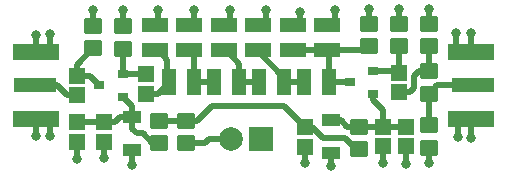
<source format=gtl>
G04 Layer_Physical_Order=1*
G04 Layer_Color=25308*
%FSLAX24Y24*%
%MOIN*%
G70*
G01*
G75*
%ADD10R,0.0571X0.0532*%
%ADD11R,0.0600X0.0394*%
%ADD12R,0.0874X0.0484*%
%ADD13R,0.0484X0.0874*%
%ADD14R,0.1575X0.0532*%
%ADD15R,0.1417X0.0500*%
%ADD16R,0.0354X0.0315*%
G04:AMPARAMS|DCode=17|XSize=59.1mil|YSize=51.2mil|CornerRadius=2.6mil|HoleSize=0mil|Usage=FLASHONLY|Rotation=0.000|XOffset=0mil|YOffset=0mil|HoleType=Round|Shape=RoundedRectangle|*
%AMROUNDEDRECTD17*
21,1,0.0591,0.0461,0,0,0.0*
21,1,0.0539,0.0512,0,0,0.0*
1,1,0.0051,0.0270,-0.0230*
1,1,0.0051,-0.0270,-0.0230*
1,1,0.0051,-0.0270,0.0230*
1,1,0.0051,0.0270,0.0230*
%
%ADD17ROUNDEDRECTD17*%
%ADD18C,0.0200*%
%ADD19C,0.0100*%
%ADD20R,0.0787X0.0787*%
%ADD21C,0.0787*%
%ADD22C,0.0320*%
D10*
X18902Y7175D02*
D03*
X18902Y6525D02*
D03*
X8700Y7325D02*
D03*
X8700Y6675D02*
D03*
X8700Y8225D02*
D03*
X8700Y8875D02*
D03*
X11000Y8925D02*
D03*
X11000Y8275D02*
D03*
X19450Y8325D02*
D03*
X19450Y8975D02*
D03*
X9617Y6675D02*
D03*
X9617Y7325D02*
D03*
X19686Y6525D02*
D03*
X19686Y7175D02*
D03*
X16300Y6515D02*
D03*
X16300Y7165D02*
D03*
D11*
X17185Y7400D02*
D03*
X17185Y6300D02*
D03*
X10550Y7500D02*
D03*
X10550Y6400D02*
D03*
D12*
X17050Y9723D02*
D03*
X17050Y10577D02*
D03*
X15900Y9723D02*
D03*
X15900Y10577D02*
D03*
X14750Y9723D02*
D03*
X14750Y10577D02*
D03*
X13600Y9723D02*
D03*
X13600Y10577D02*
D03*
X12450Y9723D02*
D03*
X12450Y10577D02*
D03*
X11300Y9723D02*
D03*
X11300Y10577D02*
D03*
D13*
X17127Y8650D02*
D03*
X16273Y8650D02*
D03*
X15627Y8650D02*
D03*
X14773Y8650D02*
D03*
X14127Y8650D02*
D03*
X13273Y8650D02*
D03*
X12627Y8650D02*
D03*
X11773Y8650D02*
D03*
D14*
X7337Y9662D02*
D03*
X7337Y7438D02*
D03*
X21863Y7438D02*
D03*
X21863Y9662D02*
D03*
D15*
X7298Y8550D02*
D03*
X21902Y8550D02*
D03*
D16*
X9456Y8550D02*
D03*
X10244Y8924D02*
D03*
X10244Y8176D02*
D03*
X17806Y8650D02*
D03*
X18594Y9024D02*
D03*
X18594Y8276D02*
D03*
D17*
X9250Y10531D02*
D03*
X9250Y9783D02*
D03*
X10250Y10524D02*
D03*
X10250Y9776D02*
D03*
X11433Y7374D02*
D03*
X11433Y6626D02*
D03*
X18450Y10598D02*
D03*
X18450Y9850D02*
D03*
X19450Y10598D02*
D03*
X19450Y9850D02*
D03*
X18098Y7174D02*
D03*
X18098Y6426D02*
D03*
X20450Y10598D02*
D03*
X20450Y9850D02*
D03*
X20450Y9024D02*
D03*
X20450Y8276D02*
D03*
X20450Y6476D02*
D03*
X20450Y7224D02*
D03*
X12350Y7374D02*
D03*
X12350Y6626D02*
D03*
D18*
X10550Y7100D02*
X10550Y7500D01*
X10550Y7100D02*
X10700Y6950D01*
X10900Y6950D01*
X11224Y6626D01*
X11433Y6626D01*
X12350Y6626D02*
X12976Y6626D01*
X13100Y6750D01*
X13850Y6750D01*
X7812Y6862D02*
X7812Y7438D01*
X7337Y7438D02*
X7812Y7438D01*
X7337Y6863D02*
X7337Y7438D01*
X7175Y9650D02*
X7650Y9650D01*
X7800Y9700D02*
X7800Y10250D01*
X7676Y9700D02*
X7800Y9700D01*
X7638Y9662D02*
X7676Y9700D01*
X7337Y9662D02*
X7638Y9662D01*
X7337Y9662D02*
X7337Y10237D01*
X10250Y10524D02*
X10250Y11050D01*
X11400Y10577D02*
X11400Y11050D01*
X11400Y9723D02*
X11723Y9400D01*
X7137Y9612D02*
X7175Y9650D01*
X21350Y9700D02*
X21350Y10300D01*
X21350Y9700D02*
X21825Y9700D01*
X21863Y9662D01*
X21412Y6838D02*
X21412Y7438D01*
X21863Y7438D01*
X21863Y6813D02*
X21863Y7438D01*
X21863Y9662D02*
X21863Y10287D01*
X20450Y10598D02*
X20450Y11100D01*
X19450Y10598D02*
X19450Y11100D01*
X18450Y10598D02*
X18450Y11100D01*
X12600Y10577D02*
X12600Y11050D01*
X17300Y10577D02*
X17300Y11050D01*
X16150Y10577D02*
X16150Y11000D01*
X15000Y10577D02*
X15000Y11050D01*
X13800Y10577D02*
X13800Y11050D01*
X9250Y10531D02*
X9250Y11057D01*
X16300Y5950D02*
X16300Y6475D01*
X17300Y9723D02*
X18323Y9723D01*
X20450Y9024D02*
X20450Y9850D01*
X19401Y9024D02*
X19450Y8975D01*
X19450Y9073D02*
X19450Y9850D01*
X17127Y8650D02*
X17806Y8650D01*
X15627Y8650D02*
X16273Y8650D01*
X14127Y8650D02*
X14773Y8650D01*
X12627Y8650D02*
X13273Y8650D01*
X20450Y7174D02*
X20450Y8276D01*
X16150Y9723D02*
X17300Y9723D01*
X17127Y8650D02*
X17127Y9550D01*
X14127Y8650D02*
X14127Y9273D01*
X13800Y9600D02*
X14127Y9273D01*
X13800Y9600D02*
X13800Y9723D01*
X12600Y8677D02*
X12600Y9723D01*
X18594Y9024D02*
X19401Y9024D01*
X21776Y8676D02*
X21902Y8550D01*
X19450Y8325D02*
X19825Y8325D01*
X19950Y8450D01*
X19950Y8850D01*
X20124Y9024D01*
X20450Y9024D01*
X9250Y9657D02*
X9250Y9783D01*
X10250Y8930D02*
X10250Y9776D01*
X10256Y8925D02*
X11000Y8925D01*
X11000Y8275D02*
X11398Y8275D01*
X11723Y8600D01*
X11773Y8650D01*
X11723Y8600D02*
X11723Y9400D01*
X20450Y8276D02*
X20724Y8550D01*
X21902Y8550D01*
X8375Y8225D02*
X8700Y8225D01*
X8050Y8550D02*
X8375Y8225D01*
X7298Y8550D02*
X8050Y8550D01*
X9156Y8850D02*
X9456Y8550D01*
X8725Y8850D02*
X9156Y8850D01*
X8700Y8875D02*
X8725Y8850D01*
X8700Y8875D02*
X8700Y9233D01*
X9250Y9783D01*
X15627Y8650D02*
X15627Y8796D01*
X14700Y9723D02*
X15627Y8796D01*
X18079Y6426D02*
X18098Y6426D01*
X18150Y6426D01*
X8700Y7325D02*
X9617Y7325D01*
X9975Y7325D01*
X10150Y7500D01*
X10488Y7500D01*
X10244Y8176D02*
X10550Y7870D01*
X10550Y7500D02*
X10550Y7870D01*
X11433Y7374D02*
X12350Y7374D01*
X8700Y6100D02*
X8700Y6675D01*
X9617Y6117D02*
X9617Y6675D01*
X10550Y5900D02*
X10550Y6400D01*
X17185Y5865D02*
X17185Y6300D01*
X18900Y5950D02*
X18900Y6525D01*
X19686Y5936D02*
X19686Y6525D01*
X20450Y5950D02*
X20450Y6476D01*
X12350Y7374D02*
X12724Y7374D01*
X13200Y7850D01*
X15615Y7850D01*
X16300Y7165D01*
X16535Y7165D01*
X16900Y6800D01*
X17650Y6800D01*
X18024Y6426D01*
X17185Y7400D02*
X17500Y7400D01*
X17726Y7174D01*
X18098Y7174D01*
X18594Y8056D02*
X18594Y8276D01*
X18594Y8056D02*
X18902Y7748D01*
X18902Y7174D02*
X18902Y7175D01*
X18902Y7748D01*
X18098Y7174D02*
X18902Y7174D01*
X19685Y7174D01*
D19*
X18594Y9024D02*
X18643Y8975D01*
D20*
X14850Y6750D02*
D03*
D21*
X13850Y6750D02*
D03*
D22*
X7812Y6862D02*
D03*
X7337Y6863D02*
D03*
X7800Y10250D02*
D03*
X7337Y10237D02*
D03*
X10250Y11050D02*
D03*
X11400Y11050D02*
D03*
X21350Y10300D02*
D03*
X21412Y6838D02*
D03*
X21863Y6813D02*
D03*
X21863Y10287D02*
D03*
X20450Y11100D02*
D03*
X19450Y11100D02*
D03*
X18450Y11100D02*
D03*
X12600Y11050D02*
D03*
X17300Y11050D02*
D03*
X16150Y11000D02*
D03*
X15000Y11050D02*
D03*
X13800Y11050D02*
D03*
X9250Y11057D02*
D03*
X16300Y5950D02*
D03*
X8700Y6100D02*
D03*
X9617Y6117D02*
D03*
X10550Y5900D02*
D03*
X17185Y5865D02*
D03*
X18900Y5950D02*
D03*
X19686Y5936D02*
D03*
X20450Y5950D02*
D03*
M02*

</source>
